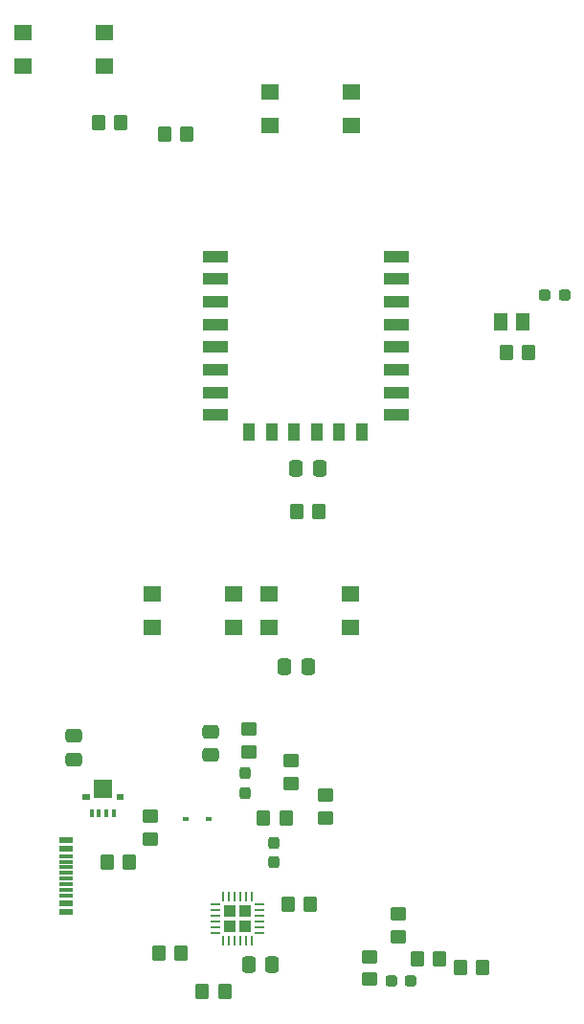
<source format=gbr>
%TF.GenerationSoftware,KiCad,Pcbnew,(6.0.10)*%
%TF.CreationDate,2023-03-08T17:02:45-06:00*%
%TF.ProjectId,445,3434352e-6b69-4636-9164-5f7063625858,rev?*%
%TF.SameCoordinates,Original*%
%TF.FileFunction,Paste,Top*%
%TF.FilePolarity,Positive*%
%FSLAX46Y46*%
G04 Gerber Fmt 4.6, Leading zero omitted, Abs format (unit mm)*
G04 Created by KiCad (PCBNEW (6.0.10)) date 2023-03-08 17:02:45*
%MOMM*%
%LPD*%
G01*
G04 APERTURE LIST*
G04 Aperture macros list*
%AMRoundRect*
0 Rectangle with rounded corners*
0 $1 Rounding radius*
0 $2 $3 $4 $5 $6 $7 $8 $9 X,Y pos of 4 corners*
0 Add a 4 corners polygon primitive as box body*
4,1,4,$2,$3,$4,$5,$6,$7,$8,$9,$2,$3,0*
0 Add four circle primitives for the rounded corners*
1,1,$1+$1,$2,$3*
1,1,$1+$1,$4,$5*
1,1,$1+$1,$6,$7*
1,1,$1+$1,$8,$9*
0 Add four rect primitives between the rounded corners*
20,1,$1+$1,$2,$3,$4,$5,0*
20,1,$1+$1,$4,$5,$6,$7,0*
20,1,$1+$1,$6,$7,$8,$9,0*
20,1,$1+$1,$8,$9,$2,$3,0*%
G04 Aperture macros list end*
%ADD10C,0.010000*%
%ADD11R,1.600000X1.400000*%
%ADD12RoundRect,0.237500X0.237500X-0.287500X0.237500X0.287500X-0.237500X0.287500X-0.237500X-0.287500X0*%
%ADD13RoundRect,0.250000X0.350000X0.450000X-0.350000X0.450000X-0.350000X-0.450000X0.350000X-0.450000X0*%
%ADD14RoundRect,0.250000X-0.350000X-0.450000X0.350000X-0.450000X0.350000X0.450000X-0.350000X0.450000X0*%
%ADD15RoundRect,0.250000X-0.450000X0.350000X-0.450000X-0.350000X0.450000X-0.350000X0.450000X0.350000X0*%
%ADD16RoundRect,0.250000X0.450000X-0.350000X0.450000X0.350000X-0.450000X0.350000X-0.450000X-0.350000X0*%
%ADD17RoundRect,0.250000X0.337500X0.475000X-0.337500X0.475000X-0.337500X-0.475000X0.337500X-0.475000X0*%
%ADD18RoundRect,0.250000X-0.337500X-0.475000X0.337500X-0.475000X0.337500X0.475000X-0.337500X0.475000X0*%
%ADD19R,0.600000X0.450000*%
%ADD20R,1.300000X1.500000*%
%ADD21R,0.400000X0.750000*%
%ADD22R,1.150000X0.600000*%
%ADD23R,1.150000X0.300000*%
%ADD24RoundRect,0.250000X0.475000X-0.337500X0.475000X0.337500X-0.475000X0.337500X-0.475000X-0.337500X0*%
%ADD25RoundRect,0.250000X-0.295000X-0.295000X0.295000X-0.295000X0.295000X0.295000X-0.295000X0.295000X0*%
%ADD26RoundRect,0.062500X-0.350000X-0.062500X0.350000X-0.062500X0.350000X0.062500X-0.350000X0.062500X0*%
%ADD27RoundRect,0.062500X-0.062500X-0.350000X0.062500X-0.350000X0.062500X0.350000X-0.062500X0.350000X0*%
%ADD28R,2.200000X1.000000*%
%ADD29R,1.000000X1.500000*%
%ADD30RoundRect,0.237500X-0.287500X-0.237500X0.287500X-0.237500X0.287500X0.237500X-0.287500X0.237500X0*%
G04 APERTURE END LIST*
%TO.C,Q1*%
G36*
X127743000Y-117552000D02*
G01*
X127218000Y-117552000D01*
X127218000Y-117152000D01*
X127743000Y-117152000D01*
X127743000Y-117552000D01*
G37*
D10*
X127743000Y-117552000D02*
X127218000Y-117552000D01*
X127218000Y-117152000D01*
X127743000Y-117152000D01*
X127743000Y-117552000D01*
G36*
X126763000Y-117412000D02*
G01*
X125213000Y-117412000D01*
X125213000Y-115892000D01*
X126763000Y-115892000D01*
X126763000Y-117412000D01*
G37*
X126763000Y-117412000D02*
X125213000Y-117412000D01*
X125213000Y-115892000D01*
X126763000Y-115892000D01*
X126763000Y-117412000D01*
G36*
X124758000Y-117552000D02*
G01*
X124233000Y-117552000D01*
X124233000Y-117152000D01*
X124758000Y-117152000D01*
X124758000Y-117552000D01*
G37*
X124758000Y-117552000D02*
X124233000Y-117552000D01*
X124233000Y-117152000D01*
X124758000Y-117152000D01*
X124758000Y-117552000D01*
%TD*%
D11*
%TO.C,S3*%
X140676000Y-102469000D03*
X147876000Y-102469000D03*
X140676000Y-99469000D03*
X147876000Y-99469000D03*
%TD*%
D12*
%TO.C,D5*%
X141101000Y-123196000D03*
X141101000Y-121446000D03*
%TD*%
D13*
%TO.C,R3*%
X133461000Y-58801000D03*
X131461000Y-58801000D03*
%TD*%
D14*
%TO.C,R15*%
X153817000Y-131740856D03*
X155817000Y-131740856D03*
%TD*%
D15*
%TO.C,R13*%
X130179000Y-119146000D03*
X130179000Y-121146000D03*
%TD*%
D14*
%TO.C,R6*%
X142383000Y-126877000D03*
X144383000Y-126877000D03*
%TD*%
D11*
%TO.C,S2*%
X148038180Y-55072290D03*
X140838180Y-55072290D03*
X148038180Y-58072290D03*
X140838180Y-58072290D03*
%TD*%
D16*
%TO.C,R8*%
X149610000Y-133518856D03*
X149610000Y-131518856D03*
%TD*%
D14*
%TO.C,R16*%
X140228000Y-119273000D03*
X142228000Y-119273000D03*
%TD*%
%TO.C,R9*%
X130957000Y-131195000D03*
X132957000Y-131195000D03*
%TD*%
D17*
%TO.C,C2*%
X140995500Y-132211000D03*
X138920500Y-132211000D03*
%TD*%
D13*
%TO.C,R17*%
X128381000Y-123190000D03*
X126381000Y-123190000D03*
%TD*%
D18*
%TO.C,C4*%
X142095500Y-105922000D03*
X144170500Y-105922000D03*
%TD*%
D16*
%TO.C,R18*%
X152150000Y-129782000D03*
X152150000Y-127782000D03*
%TD*%
D15*
%TO.C,R12*%
X142625000Y-114193000D03*
X142625000Y-116193000D03*
%TD*%
D19*
%TO.C,D1*%
X135420000Y-119384000D03*
X133320000Y-119384000D03*
%TD*%
D11*
%TO.C,S1*%
X126155000Y-49808000D03*
X118955000Y-49808000D03*
X126155000Y-52808000D03*
X118955000Y-52808000D03*
%TD*%
D15*
%TO.C,R10*%
X145673000Y-117257000D03*
X145673000Y-119257000D03*
%TD*%
D12*
%TO.C,D3*%
X138561000Y-117084000D03*
X138561000Y-115334000D03*
%TD*%
D20*
%TO.C,R5*%
X161229000Y-75438000D03*
X163129000Y-75438000D03*
%TD*%
D11*
%TO.C,S4*%
X130389000Y-102469000D03*
X137589000Y-102469000D03*
X130389000Y-99469000D03*
X137589000Y-99469000D03*
%TD*%
D21*
%TO.C,Q1*%
X125013000Y-118877000D03*
X125663000Y-118877000D03*
X126313000Y-118877000D03*
X126963000Y-118877000D03*
%TD*%
D14*
%TO.C,R2*%
X161687000Y-78105000D03*
X163687000Y-78105000D03*
%TD*%
%TO.C,R14*%
X157611000Y-132502856D03*
X159611000Y-132502856D03*
%TD*%
%TO.C,R1*%
X143145000Y-92202000D03*
X145145000Y-92202000D03*
%TD*%
D22*
%TO.C,J5*%
X122789000Y-121185951D03*
X122789000Y-121985951D03*
D23*
X122789000Y-123135951D03*
X122789000Y-124135951D03*
X122789000Y-124635951D03*
X122789000Y-125635951D03*
D22*
X122789000Y-126785951D03*
X122789000Y-127585951D03*
X122789000Y-127585951D03*
X122789000Y-126785951D03*
D23*
X122789000Y-126135951D03*
X122789000Y-125135951D03*
X122789000Y-123635951D03*
X122789000Y-122635951D03*
D22*
X122789000Y-121985951D03*
X122789000Y-121185951D03*
%TD*%
D24*
%TO.C,C5*%
X123448000Y-114071500D03*
X123448000Y-111996500D03*
%TD*%
D14*
%TO.C,R4*%
X125619000Y-57785000D03*
X127619000Y-57785000D03*
%TD*%
D25*
%TO.C,U2*%
X137251000Y-127472000D03*
X138601000Y-128822000D03*
X137251000Y-128822000D03*
X138601000Y-127472000D03*
D26*
X135963500Y-126897000D03*
X135963500Y-127397000D03*
X135963500Y-127897000D03*
X135963500Y-128397000D03*
X135963500Y-128897000D03*
X135963500Y-129397000D03*
D27*
X136676000Y-130109500D03*
X137176000Y-130109500D03*
X137676000Y-130109500D03*
X138176000Y-130109500D03*
X138676000Y-130109500D03*
X139176000Y-130109500D03*
D26*
X139888500Y-129397000D03*
X139888500Y-128897000D03*
X139888500Y-128397000D03*
X139888500Y-127897000D03*
X139888500Y-127397000D03*
X139888500Y-126897000D03*
D27*
X139176000Y-126184500D03*
X138676000Y-126184500D03*
X138176000Y-126184500D03*
X137676000Y-126184500D03*
X137176000Y-126184500D03*
X136676000Y-126184500D03*
%TD*%
D18*
%TO.C,C1*%
X143107500Y-88392000D03*
X145182500Y-88392000D03*
%TD*%
D24*
%TO.C,C3*%
X135513000Y-113690500D03*
X135513000Y-111615500D03*
%TD*%
D16*
%TO.C,R11*%
X138942000Y-113399000D03*
X138942000Y-111399000D03*
%TD*%
D28*
%TO.C,U1*%
X135937680Y-69647290D03*
X135937680Y-71647290D03*
X135937680Y-73647290D03*
X135937680Y-75647290D03*
X135937680Y-77647290D03*
X135937680Y-79647290D03*
X135937680Y-81647290D03*
X135937680Y-83647290D03*
D29*
X138937680Y-85147290D03*
X140937680Y-85147290D03*
X142937680Y-85147290D03*
X144937680Y-85147290D03*
X146937680Y-85147290D03*
X148937680Y-85147290D03*
D28*
X151937680Y-83647290D03*
X151937680Y-81647290D03*
X151937680Y-79647290D03*
X151937680Y-77647290D03*
X151937680Y-75647290D03*
X151937680Y-73647290D03*
X151937680Y-71647290D03*
X151937680Y-69647290D03*
%TD*%
D13*
%TO.C,R7*%
X136783000Y-134624000D03*
X134783000Y-134624000D03*
%TD*%
D30*
%TO.C,D4*%
X151529000Y-133645856D03*
X153279000Y-133645856D03*
%TD*%
%TO.C,D2*%
X165114000Y-73025000D03*
X166864000Y-73025000D03*
%TD*%
M02*

</source>
